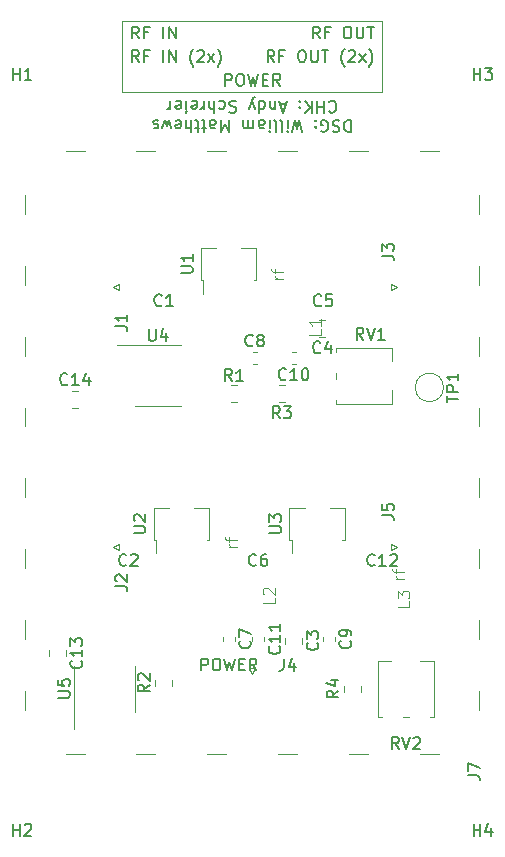
<source format=gbr>
G04 #@! TF.GenerationSoftware,KiCad,Pcbnew,5.1.6-c6e7f7d~87~ubuntu18.04.1*
G04 #@! TF.CreationDate,2021-01-12T05:29:31+00:00*
G04 #@! TF.ProjectId,amp,616d702e-6b69-4636-9164-5f7063625858,rev?*
G04 #@! TF.SameCoordinates,Original*
G04 #@! TF.FileFunction,Legend,Top*
G04 #@! TF.FilePolarity,Positive*
%FSLAX46Y46*%
G04 Gerber Fmt 4.6, Leading zero omitted, Abs format (unit mm)*
G04 Created by KiCad (PCBNEW 5.1.6-c6e7f7d~87~ubuntu18.04.1) date 2021-01-12 05:29:31*
%MOMM*%
%LPD*%
G01*
G04 APERTURE LIST*
%ADD10C,0.120000*%
%ADD11C,0.150000*%
%ADD12C,0.015000*%
G04 APERTURE END LIST*
D10*
X149000000Y-56500000D02*
X127000000Y-56500000D01*
X149000000Y-62500000D02*
X149000000Y-56500000D01*
X127000000Y-62500000D02*
X149000000Y-62500000D01*
X127000000Y-56500000D02*
X127000000Y-62500000D01*
D11*
X135690476Y-61952380D02*
X135690476Y-60952380D01*
X136071428Y-60952380D01*
X136166666Y-61000000D01*
X136214285Y-61047619D01*
X136261904Y-61142857D01*
X136261904Y-61285714D01*
X136214285Y-61380952D01*
X136166666Y-61428571D01*
X136071428Y-61476190D01*
X135690476Y-61476190D01*
X136880952Y-60952380D02*
X137071428Y-60952380D01*
X137166666Y-61000000D01*
X137261904Y-61095238D01*
X137309523Y-61285714D01*
X137309523Y-61619047D01*
X137261904Y-61809523D01*
X137166666Y-61904761D01*
X137071428Y-61952380D01*
X136880952Y-61952380D01*
X136785714Y-61904761D01*
X136690476Y-61809523D01*
X136642857Y-61619047D01*
X136642857Y-61285714D01*
X136690476Y-61095238D01*
X136785714Y-61000000D01*
X136880952Y-60952380D01*
X137642857Y-60952380D02*
X137880952Y-61952380D01*
X138071428Y-61238095D01*
X138261904Y-61952380D01*
X138500000Y-60952380D01*
X138880952Y-61428571D02*
X139214285Y-61428571D01*
X139357142Y-61952380D02*
X138880952Y-61952380D01*
X138880952Y-60952380D01*
X139357142Y-60952380D01*
X140357142Y-61952380D02*
X140023809Y-61476190D01*
X139785714Y-61952380D02*
X139785714Y-60952380D01*
X140166666Y-60952380D01*
X140261904Y-61000000D01*
X140309523Y-61047619D01*
X140357142Y-61142857D01*
X140357142Y-61285714D01*
X140309523Y-61380952D01*
X140261904Y-61428571D01*
X140166666Y-61476190D01*
X139785714Y-61476190D01*
X139878690Y-59952380D02*
X139545357Y-59476190D01*
X139307261Y-59952380D02*
X139307261Y-58952380D01*
X139688214Y-58952380D01*
X139783452Y-59000000D01*
X139831071Y-59047619D01*
X139878690Y-59142857D01*
X139878690Y-59285714D01*
X139831071Y-59380952D01*
X139783452Y-59428571D01*
X139688214Y-59476190D01*
X139307261Y-59476190D01*
X140640595Y-59428571D02*
X140307261Y-59428571D01*
X140307261Y-59952380D02*
X140307261Y-58952380D01*
X140783452Y-58952380D01*
X142116785Y-58952380D02*
X142307261Y-58952380D01*
X142402500Y-59000000D01*
X142497738Y-59095238D01*
X142545357Y-59285714D01*
X142545357Y-59619047D01*
X142497738Y-59809523D01*
X142402500Y-59904761D01*
X142307261Y-59952380D01*
X142116785Y-59952380D01*
X142021547Y-59904761D01*
X141926309Y-59809523D01*
X141878690Y-59619047D01*
X141878690Y-59285714D01*
X141926309Y-59095238D01*
X142021547Y-59000000D01*
X142116785Y-58952380D01*
X142973928Y-58952380D02*
X142973928Y-59761904D01*
X143021547Y-59857142D01*
X143069166Y-59904761D01*
X143164404Y-59952380D01*
X143354880Y-59952380D01*
X143450119Y-59904761D01*
X143497738Y-59857142D01*
X143545357Y-59761904D01*
X143545357Y-58952380D01*
X143878690Y-58952380D02*
X144450119Y-58952380D01*
X144164404Y-59952380D02*
X144164404Y-58952380D01*
X145831071Y-60333333D02*
X145783452Y-60285714D01*
X145688214Y-60142857D01*
X145640595Y-60047619D01*
X145592976Y-59904761D01*
X145545357Y-59666666D01*
X145545357Y-59476190D01*
X145592976Y-59238095D01*
X145640595Y-59095238D01*
X145688214Y-59000000D01*
X145783452Y-58857142D01*
X145831071Y-58809523D01*
X146164404Y-59047619D02*
X146212023Y-59000000D01*
X146307261Y-58952380D01*
X146545357Y-58952380D01*
X146640595Y-59000000D01*
X146688214Y-59047619D01*
X146735833Y-59142857D01*
X146735833Y-59238095D01*
X146688214Y-59380952D01*
X146116785Y-59952380D01*
X146735833Y-59952380D01*
X147069166Y-59952380D02*
X147592976Y-59285714D01*
X147069166Y-59285714D02*
X147592976Y-59952380D01*
X147878690Y-60333333D02*
X147926309Y-60285714D01*
X148021547Y-60142857D01*
X148069166Y-60047619D01*
X148116785Y-59904761D01*
X148164404Y-59666666D01*
X148164404Y-59476190D01*
X148116785Y-59238095D01*
X148069166Y-59095238D01*
X148021547Y-59000000D01*
X147926309Y-58857142D01*
X147878690Y-58809523D01*
X128407023Y-59952380D02*
X128073690Y-59476190D01*
X127835595Y-59952380D02*
X127835595Y-58952380D01*
X128216547Y-58952380D01*
X128311785Y-59000000D01*
X128359404Y-59047619D01*
X128407023Y-59142857D01*
X128407023Y-59285714D01*
X128359404Y-59380952D01*
X128311785Y-59428571D01*
X128216547Y-59476190D01*
X127835595Y-59476190D01*
X129168928Y-59428571D02*
X128835595Y-59428571D01*
X128835595Y-59952380D02*
X128835595Y-58952380D01*
X129311785Y-58952380D01*
X130454642Y-59952380D02*
X130454642Y-58952380D01*
X130930833Y-59952380D02*
X130930833Y-58952380D01*
X131502261Y-59952380D01*
X131502261Y-58952380D01*
X133026071Y-60333333D02*
X132978452Y-60285714D01*
X132883214Y-60142857D01*
X132835595Y-60047619D01*
X132787976Y-59904761D01*
X132740357Y-59666666D01*
X132740357Y-59476190D01*
X132787976Y-59238095D01*
X132835595Y-59095238D01*
X132883214Y-59000000D01*
X132978452Y-58857142D01*
X133026071Y-58809523D01*
X133359404Y-59047619D02*
X133407023Y-59000000D01*
X133502261Y-58952380D01*
X133740357Y-58952380D01*
X133835595Y-59000000D01*
X133883214Y-59047619D01*
X133930833Y-59142857D01*
X133930833Y-59238095D01*
X133883214Y-59380952D01*
X133311785Y-59952380D01*
X133930833Y-59952380D01*
X134264166Y-59952380D02*
X134787976Y-59285714D01*
X134264166Y-59285714D02*
X134787976Y-59952380D01*
X135073690Y-60333333D02*
X135121309Y-60285714D01*
X135216547Y-60142857D01*
X135264166Y-60047619D01*
X135311785Y-59904761D01*
X135359404Y-59666666D01*
X135359404Y-59476190D01*
X135311785Y-59238095D01*
X135264166Y-59095238D01*
X135216547Y-59000000D01*
X135121309Y-58857142D01*
X135073690Y-58809523D01*
X133690476Y-111452380D02*
X133690476Y-110452380D01*
X134071428Y-110452380D01*
X134166666Y-110500000D01*
X134214285Y-110547619D01*
X134261904Y-110642857D01*
X134261904Y-110785714D01*
X134214285Y-110880952D01*
X134166666Y-110928571D01*
X134071428Y-110976190D01*
X133690476Y-110976190D01*
X134880952Y-110452380D02*
X135071428Y-110452380D01*
X135166666Y-110500000D01*
X135261904Y-110595238D01*
X135309523Y-110785714D01*
X135309523Y-111119047D01*
X135261904Y-111309523D01*
X135166666Y-111404761D01*
X135071428Y-111452380D01*
X134880952Y-111452380D01*
X134785714Y-111404761D01*
X134690476Y-111309523D01*
X134642857Y-111119047D01*
X134642857Y-110785714D01*
X134690476Y-110595238D01*
X134785714Y-110500000D01*
X134880952Y-110452380D01*
X135642857Y-110452380D02*
X135880952Y-111452380D01*
X136071428Y-110738095D01*
X136261904Y-111452380D01*
X136500000Y-110452380D01*
X136880952Y-110928571D02*
X137214285Y-110928571D01*
X137357142Y-111452380D02*
X136880952Y-111452380D01*
X136880952Y-110452380D01*
X137357142Y-110452380D01*
X138357142Y-111452380D02*
X138023809Y-110976190D01*
X137785714Y-111452380D02*
X137785714Y-110452380D01*
X138166666Y-110452380D01*
X138261904Y-110500000D01*
X138309523Y-110547619D01*
X138357142Y-110642857D01*
X138357142Y-110785714D01*
X138309523Y-110880952D01*
X138261904Y-110928571D01*
X138166666Y-110976190D01*
X137785714Y-110976190D01*
X146333333Y-64872619D02*
X146333333Y-65872619D01*
X146095238Y-65872619D01*
X145952380Y-65825000D01*
X145857142Y-65729761D01*
X145809523Y-65634523D01*
X145761904Y-65444047D01*
X145761904Y-65301190D01*
X145809523Y-65110714D01*
X145857142Y-65015476D01*
X145952380Y-64920238D01*
X146095238Y-64872619D01*
X146333333Y-64872619D01*
X145380952Y-64920238D02*
X145238095Y-64872619D01*
X145000000Y-64872619D01*
X144904761Y-64920238D01*
X144857142Y-64967857D01*
X144809523Y-65063095D01*
X144809523Y-65158333D01*
X144857142Y-65253571D01*
X144904761Y-65301190D01*
X145000000Y-65348809D01*
X145190476Y-65396428D01*
X145285714Y-65444047D01*
X145333333Y-65491666D01*
X145380952Y-65586904D01*
X145380952Y-65682142D01*
X145333333Y-65777380D01*
X145285714Y-65825000D01*
X145190476Y-65872619D01*
X144952380Y-65872619D01*
X144809523Y-65825000D01*
X143857142Y-65825000D02*
X143952380Y-65872619D01*
X144095238Y-65872619D01*
X144238095Y-65825000D01*
X144333333Y-65729761D01*
X144380952Y-65634523D01*
X144428571Y-65444047D01*
X144428571Y-65301190D01*
X144380952Y-65110714D01*
X144333333Y-65015476D01*
X144238095Y-64920238D01*
X144095238Y-64872619D01*
X144000000Y-64872619D01*
X143857142Y-64920238D01*
X143809523Y-64967857D01*
X143809523Y-65301190D01*
X144000000Y-65301190D01*
X143380952Y-64967857D02*
X143333333Y-64920238D01*
X143380952Y-64872619D01*
X143428571Y-64920238D01*
X143380952Y-64967857D01*
X143380952Y-64872619D01*
X143380952Y-65491666D02*
X143333333Y-65444047D01*
X143380952Y-65396428D01*
X143428571Y-65444047D01*
X143380952Y-65491666D01*
X143380952Y-65396428D01*
X142238095Y-65872619D02*
X142000000Y-64872619D01*
X141809523Y-65586904D01*
X141619047Y-64872619D01*
X141380952Y-65872619D01*
X141000000Y-64872619D02*
X141000000Y-65539285D01*
X141000000Y-65872619D02*
X141047619Y-65825000D01*
X141000000Y-65777380D01*
X140952380Y-65825000D01*
X141000000Y-65872619D01*
X141000000Y-65777380D01*
X140380952Y-64872619D02*
X140476190Y-64920238D01*
X140523809Y-65015476D01*
X140523809Y-65872619D01*
X139857142Y-64872619D02*
X139952380Y-64920238D01*
X140000000Y-65015476D01*
X140000000Y-65872619D01*
X139476190Y-64872619D02*
X139476190Y-65539285D01*
X139476190Y-65872619D02*
X139523809Y-65825000D01*
X139476190Y-65777380D01*
X139428571Y-65825000D01*
X139476190Y-65872619D01*
X139476190Y-65777380D01*
X138571428Y-64872619D02*
X138571428Y-65396428D01*
X138619047Y-65491666D01*
X138714285Y-65539285D01*
X138904761Y-65539285D01*
X139000000Y-65491666D01*
X138571428Y-64920238D02*
X138666666Y-64872619D01*
X138904761Y-64872619D01*
X139000000Y-64920238D01*
X139047619Y-65015476D01*
X139047619Y-65110714D01*
X139000000Y-65205952D01*
X138904761Y-65253571D01*
X138666666Y-65253571D01*
X138571428Y-65301190D01*
X138095238Y-64872619D02*
X138095238Y-65539285D01*
X138095238Y-65444047D02*
X138047619Y-65491666D01*
X137952380Y-65539285D01*
X137809523Y-65539285D01*
X137714285Y-65491666D01*
X137666666Y-65396428D01*
X137666666Y-64872619D01*
X137666666Y-65396428D02*
X137619047Y-65491666D01*
X137523809Y-65539285D01*
X137380952Y-65539285D01*
X137285714Y-65491666D01*
X137238095Y-65396428D01*
X137238095Y-64872619D01*
X136000000Y-64872619D02*
X136000000Y-65872619D01*
X135666666Y-65158333D01*
X135333333Y-65872619D01*
X135333333Y-64872619D01*
X134428571Y-64872619D02*
X134428571Y-65396428D01*
X134476190Y-65491666D01*
X134571428Y-65539285D01*
X134761904Y-65539285D01*
X134857142Y-65491666D01*
X134428571Y-64920238D02*
X134523809Y-64872619D01*
X134761904Y-64872619D01*
X134857142Y-64920238D01*
X134904761Y-65015476D01*
X134904761Y-65110714D01*
X134857142Y-65205952D01*
X134761904Y-65253571D01*
X134523809Y-65253571D01*
X134428571Y-65301190D01*
X134095238Y-65539285D02*
X133714285Y-65539285D01*
X133952380Y-65872619D02*
X133952380Y-65015476D01*
X133904761Y-64920238D01*
X133809523Y-64872619D01*
X133714285Y-64872619D01*
X133523809Y-65539285D02*
X133142857Y-65539285D01*
X133380952Y-65872619D02*
X133380952Y-65015476D01*
X133333333Y-64920238D01*
X133238095Y-64872619D01*
X133142857Y-64872619D01*
X132809523Y-64872619D02*
X132809523Y-65872619D01*
X132380952Y-64872619D02*
X132380952Y-65396428D01*
X132428571Y-65491666D01*
X132523809Y-65539285D01*
X132666666Y-65539285D01*
X132761904Y-65491666D01*
X132809523Y-65444047D01*
X131523809Y-64920238D02*
X131619047Y-64872619D01*
X131809523Y-64872619D01*
X131904761Y-64920238D01*
X131952380Y-65015476D01*
X131952380Y-65396428D01*
X131904761Y-65491666D01*
X131809523Y-65539285D01*
X131619047Y-65539285D01*
X131523809Y-65491666D01*
X131476190Y-65396428D01*
X131476190Y-65301190D01*
X131952380Y-65205952D01*
X131142857Y-65539285D02*
X130952380Y-64872619D01*
X130761904Y-65348809D01*
X130571428Y-64872619D01*
X130380952Y-65539285D01*
X130047619Y-64920238D02*
X129952380Y-64872619D01*
X129761904Y-64872619D01*
X129666666Y-64920238D01*
X129619047Y-65015476D01*
X129619047Y-65063095D01*
X129666666Y-65158333D01*
X129761904Y-65205952D01*
X129904761Y-65205952D01*
X130000000Y-65253571D01*
X130047619Y-65348809D01*
X130047619Y-65396428D01*
X130000000Y-65491666D01*
X129904761Y-65539285D01*
X129761904Y-65539285D01*
X129666666Y-65491666D01*
X144500000Y-63317857D02*
X144547619Y-63270238D01*
X144690476Y-63222619D01*
X144785714Y-63222619D01*
X144928571Y-63270238D01*
X145023809Y-63365476D01*
X145071428Y-63460714D01*
X145119047Y-63651190D01*
X145119047Y-63794047D01*
X145071428Y-63984523D01*
X145023809Y-64079761D01*
X144928571Y-64175000D01*
X144785714Y-64222619D01*
X144690476Y-64222619D01*
X144547619Y-64175000D01*
X144500000Y-64127380D01*
X144071428Y-63222619D02*
X144071428Y-64222619D01*
X144071428Y-63746428D02*
X143500000Y-63746428D01*
X143500000Y-63222619D02*
X143500000Y-64222619D01*
X143023809Y-63222619D02*
X143023809Y-64222619D01*
X142452380Y-63222619D02*
X142880952Y-63794047D01*
X142452380Y-64222619D02*
X143023809Y-63651190D01*
X142023809Y-63317857D02*
X141976190Y-63270238D01*
X142023809Y-63222619D01*
X142071428Y-63270238D01*
X142023809Y-63317857D01*
X142023809Y-63222619D01*
X142023809Y-63841666D02*
X141976190Y-63794047D01*
X142023809Y-63746428D01*
X142071428Y-63794047D01*
X142023809Y-63841666D01*
X142023809Y-63746428D01*
X140833333Y-63508333D02*
X140357142Y-63508333D01*
X140928571Y-63222619D02*
X140595238Y-64222619D01*
X140261904Y-63222619D01*
X139928571Y-63889285D02*
X139928571Y-63222619D01*
X139928571Y-63794047D02*
X139880952Y-63841666D01*
X139785714Y-63889285D01*
X139642857Y-63889285D01*
X139547619Y-63841666D01*
X139500000Y-63746428D01*
X139500000Y-63222619D01*
X138595238Y-63222619D02*
X138595238Y-64222619D01*
X138595238Y-63270238D02*
X138690476Y-63222619D01*
X138880952Y-63222619D01*
X138976190Y-63270238D01*
X139023809Y-63317857D01*
X139071428Y-63413095D01*
X139071428Y-63698809D01*
X139023809Y-63794047D01*
X138976190Y-63841666D01*
X138880952Y-63889285D01*
X138690476Y-63889285D01*
X138595238Y-63841666D01*
X138214285Y-63889285D02*
X137976190Y-63222619D01*
X137738095Y-63889285D02*
X137976190Y-63222619D01*
X138071428Y-62984523D01*
X138119047Y-62936904D01*
X138214285Y-62889285D01*
X136642857Y-63270238D02*
X136500000Y-63222619D01*
X136261904Y-63222619D01*
X136166666Y-63270238D01*
X136119047Y-63317857D01*
X136071428Y-63413095D01*
X136071428Y-63508333D01*
X136119047Y-63603571D01*
X136166666Y-63651190D01*
X136261904Y-63698809D01*
X136452380Y-63746428D01*
X136547619Y-63794047D01*
X136595238Y-63841666D01*
X136642857Y-63936904D01*
X136642857Y-64032142D01*
X136595238Y-64127380D01*
X136547619Y-64175000D01*
X136452380Y-64222619D01*
X136214285Y-64222619D01*
X136071428Y-64175000D01*
X135214285Y-63270238D02*
X135309523Y-63222619D01*
X135500000Y-63222619D01*
X135595238Y-63270238D01*
X135642857Y-63317857D01*
X135690476Y-63413095D01*
X135690476Y-63698809D01*
X135642857Y-63794047D01*
X135595238Y-63841666D01*
X135500000Y-63889285D01*
X135309523Y-63889285D01*
X135214285Y-63841666D01*
X134785714Y-63222619D02*
X134785714Y-64222619D01*
X134357142Y-63222619D02*
X134357142Y-63746428D01*
X134404761Y-63841666D01*
X134500000Y-63889285D01*
X134642857Y-63889285D01*
X134738095Y-63841666D01*
X134785714Y-63794047D01*
X133880952Y-63222619D02*
X133880952Y-63889285D01*
X133880952Y-63698809D02*
X133833333Y-63794047D01*
X133785714Y-63841666D01*
X133690476Y-63889285D01*
X133595238Y-63889285D01*
X132880952Y-63270238D02*
X132976190Y-63222619D01*
X133166666Y-63222619D01*
X133261904Y-63270238D01*
X133309523Y-63365476D01*
X133309523Y-63746428D01*
X133261904Y-63841666D01*
X133166666Y-63889285D01*
X132976190Y-63889285D01*
X132880952Y-63841666D01*
X132833333Y-63746428D01*
X132833333Y-63651190D01*
X133309523Y-63555952D01*
X132404761Y-63222619D02*
X132404761Y-63889285D01*
X132404761Y-64222619D02*
X132452380Y-64175000D01*
X132404761Y-64127380D01*
X132357142Y-64175000D01*
X132404761Y-64222619D01*
X132404761Y-64127380D01*
X131547619Y-63270238D02*
X131642857Y-63222619D01*
X131833333Y-63222619D01*
X131928571Y-63270238D01*
X131976190Y-63365476D01*
X131976190Y-63746428D01*
X131928571Y-63841666D01*
X131833333Y-63889285D01*
X131642857Y-63889285D01*
X131547619Y-63841666D01*
X131500000Y-63746428D01*
X131500000Y-63651190D01*
X131976190Y-63555952D01*
X131071428Y-63222619D02*
X131071428Y-63889285D01*
X131071428Y-63698809D02*
X131023809Y-63794047D01*
X130976190Y-63841666D01*
X130880952Y-63889285D01*
X130785714Y-63889285D01*
X143735833Y-57952380D02*
X143402500Y-57476190D01*
X143164404Y-57952380D02*
X143164404Y-56952380D01*
X143545357Y-56952380D01*
X143640595Y-57000000D01*
X143688214Y-57047619D01*
X143735833Y-57142857D01*
X143735833Y-57285714D01*
X143688214Y-57380952D01*
X143640595Y-57428571D01*
X143545357Y-57476190D01*
X143164404Y-57476190D01*
X144497738Y-57428571D02*
X144164404Y-57428571D01*
X144164404Y-57952380D02*
X144164404Y-56952380D01*
X144640595Y-56952380D01*
X145973928Y-56952380D02*
X146164404Y-56952380D01*
X146259642Y-57000000D01*
X146354880Y-57095238D01*
X146402500Y-57285714D01*
X146402500Y-57619047D01*
X146354880Y-57809523D01*
X146259642Y-57904761D01*
X146164404Y-57952380D01*
X145973928Y-57952380D01*
X145878690Y-57904761D01*
X145783452Y-57809523D01*
X145735833Y-57619047D01*
X145735833Y-57285714D01*
X145783452Y-57095238D01*
X145878690Y-57000000D01*
X145973928Y-56952380D01*
X146831071Y-56952380D02*
X146831071Y-57761904D01*
X146878690Y-57857142D01*
X146926309Y-57904761D01*
X147021547Y-57952380D01*
X147212023Y-57952380D01*
X147307261Y-57904761D01*
X147354880Y-57857142D01*
X147402500Y-57761904D01*
X147402500Y-56952380D01*
X147735833Y-56952380D02*
X148307261Y-56952380D01*
X148021547Y-57952380D02*
X148021547Y-56952380D01*
X128407023Y-57952380D02*
X128073690Y-57476190D01*
X127835595Y-57952380D02*
X127835595Y-56952380D01*
X128216547Y-56952380D01*
X128311785Y-57000000D01*
X128359404Y-57047619D01*
X128407023Y-57142857D01*
X128407023Y-57285714D01*
X128359404Y-57380952D01*
X128311785Y-57428571D01*
X128216547Y-57476190D01*
X127835595Y-57476190D01*
X129168928Y-57428571D02*
X128835595Y-57428571D01*
X128835595Y-57952380D02*
X128835595Y-56952380D01*
X129311785Y-56952380D01*
X130454642Y-57952380D02*
X130454642Y-56952380D01*
X130930833Y-57952380D02*
X130930833Y-56952380D01*
X131502261Y-57952380D01*
X131502261Y-56952380D01*
D10*
G04 #@! TO.C,C14*
X122738748Y-89210000D02*
X123261252Y-89210000D01*
X122738748Y-87790000D02*
X123261252Y-87790000D01*
G04 #@! TO.C,C13*
X120790000Y-109738748D02*
X120790000Y-110261252D01*
X122210000Y-109738748D02*
X122210000Y-110261252D01*
G04 #@! TO.C,U5*
X122940000Y-113000000D02*
X122940000Y-116450000D01*
X122940000Y-113000000D02*
X122940000Y-111050000D01*
X128060000Y-113000000D02*
X128060000Y-114950000D01*
X128060000Y-113000000D02*
X128060000Y-111050000D01*
G04 #@! TO.C,U4*
X130000000Y-83940000D02*
X126550000Y-83940000D01*
X130000000Y-83940000D02*
X131950000Y-83940000D01*
X130000000Y-89060000D02*
X128050000Y-89060000D01*
X130000000Y-89060000D02*
X131950000Y-89060000D01*
G04 #@! TO.C,TP1*
X154200000Y-87500000D02*
G75*
G03*
X154200000Y-87500000I-1200000J0D01*
G01*
G04 #@! TO.C,RV2*
X148630000Y-115370000D02*
X148630000Y-110630000D01*
X153370000Y-115370000D02*
X153370000Y-110630000D01*
X149760000Y-110630000D02*
X148630000Y-110630000D01*
X153370000Y-110630000D02*
X152240000Y-110630000D01*
X151259000Y-115370000D02*
X150740000Y-115370000D01*
X153370000Y-115370000D02*
X153039000Y-115370000D01*
X148960000Y-115370000D02*
X148630000Y-115370000D01*
G04 #@! TO.C,RV1*
X145130000Y-84130000D02*
X149870000Y-84130000D01*
X145130000Y-88870000D02*
X149870000Y-88870000D01*
X149870000Y-85260000D02*
X149870000Y-84130000D01*
X149870000Y-88870000D02*
X149870000Y-87740000D01*
X145130000Y-86759000D02*
X145130000Y-86240000D01*
X145130000Y-88870000D02*
X145130000Y-88539000D01*
X145130000Y-84460000D02*
X145130000Y-84130000D01*
G04 #@! TO.C,R4*
X147210000Y-113258578D02*
X147210000Y-112741422D01*
X145790000Y-113258578D02*
X145790000Y-112741422D01*
G04 #@! TO.C,R3*
X140758578Y-87290000D02*
X140241422Y-87290000D01*
X140758578Y-88710000D02*
X140241422Y-88710000D01*
G04 #@! TO.C,R2*
X131210000Y-112758578D02*
X131210000Y-112241422D01*
X129790000Y-112758578D02*
X129790000Y-112241422D01*
G04 #@! TO.C,R1*
X136696078Y-87290000D02*
X136178922Y-87290000D01*
X136696078Y-88710000D02*
X136178922Y-88710000D01*
G04 #@! TO.C,J7*
X123800000Y-118550000D02*
X122200000Y-118550000D01*
X123800000Y-67450000D02*
X122200000Y-67450000D01*
X129800000Y-118550000D02*
X128200000Y-118550000D01*
X129800000Y-67450000D02*
X128200000Y-67450000D01*
X135800000Y-118550000D02*
X134200000Y-118550000D01*
X135800000Y-67450000D02*
X134200000Y-67450000D01*
X141800000Y-118550000D02*
X140200000Y-118550000D01*
X141800000Y-67450000D02*
X140200000Y-67450000D01*
X147800000Y-118550000D02*
X146200000Y-118550000D01*
X147800000Y-67450000D02*
X146200000Y-67450000D01*
X153800000Y-118550000D02*
X152200000Y-118550000D01*
X153800000Y-67450000D02*
X152200000Y-67450000D01*
X118800000Y-113200000D02*
X118800000Y-114800000D01*
X157200000Y-113200000D02*
X157200000Y-114800000D01*
X118800000Y-107200000D02*
X118800000Y-108800000D01*
X157200000Y-107200000D02*
X157200000Y-108800000D01*
X118800000Y-101200000D02*
X118800000Y-102800000D01*
X157200000Y-101200000D02*
X157200000Y-102800000D01*
X118800000Y-95200000D02*
X118800000Y-96800000D01*
X157200000Y-95200000D02*
X157200000Y-96800000D01*
X118800000Y-89200000D02*
X118800000Y-90800000D01*
X157200000Y-89200000D02*
X157200000Y-90800000D01*
X118800000Y-83200000D02*
X118800000Y-84800000D01*
X157200000Y-83200000D02*
X157200000Y-84800000D01*
X118800000Y-77200000D02*
X118800000Y-78800000D01*
X157200000Y-77200000D02*
X157200000Y-78800000D01*
X118800000Y-71200000D02*
X118800000Y-72800000D01*
X157200000Y-71200000D02*
X157200000Y-72800000D01*
G04 #@! TO.C,U3*
X145860000Y-100410000D02*
X145630000Y-100410000D01*
X141140000Y-100410000D02*
X141370000Y-100410000D01*
X141140000Y-100410000D02*
X141140000Y-97690000D01*
X141140000Y-97690000D02*
X142450000Y-97690000D01*
X141370000Y-101550000D02*
X141370000Y-100410000D01*
X145860000Y-97690000D02*
X145860000Y-100410000D01*
X144550000Y-97690000D02*
X145860000Y-97690000D01*
G04 #@! TO.C,U2*
X134360000Y-100410000D02*
X134130000Y-100410000D01*
X129640000Y-100410000D02*
X129870000Y-100410000D01*
X129640000Y-100410000D02*
X129640000Y-97690000D01*
X129640000Y-97690000D02*
X130950000Y-97690000D01*
X129870000Y-101550000D02*
X129870000Y-100410000D01*
X134360000Y-97690000D02*
X134360000Y-100410000D01*
X133050000Y-97690000D02*
X134360000Y-97690000D01*
G04 #@! TO.C,U1*
X138360000Y-78410000D02*
X138130000Y-78410000D01*
X133640000Y-78410000D02*
X133870000Y-78410000D01*
X133640000Y-78410000D02*
X133640000Y-75690000D01*
X133640000Y-75690000D02*
X134950000Y-75690000D01*
X133870000Y-79550000D02*
X133870000Y-78410000D01*
X138360000Y-75690000D02*
X138360000Y-78410000D01*
X137050000Y-75690000D02*
X138360000Y-75690000D01*
G04 #@! TO.C,J5*
X150290000Y-101000000D02*
X149790000Y-100750000D01*
X149790000Y-100750000D02*
X149790000Y-101250000D01*
X149790000Y-101250000D02*
X150290000Y-101000000D01*
G04 #@! TO.C,J4*
X138000000Y-111790000D02*
X138250000Y-111290000D01*
X138250000Y-111290000D02*
X137750000Y-111290000D01*
X137750000Y-111290000D02*
X138000000Y-111790000D01*
G04 #@! TO.C,J3*
X150290000Y-79000000D02*
X149790000Y-78750000D01*
X149790000Y-78750000D02*
X149790000Y-79250000D01*
X149790000Y-79250000D02*
X150290000Y-79000000D01*
G04 #@! TO.C,J2*
X126210000Y-101000000D02*
X126710000Y-101250000D01*
X126710000Y-101250000D02*
X126710000Y-100750000D01*
X126710000Y-100750000D02*
X126210000Y-101000000D01*
G04 #@! TO.C,J1*
X126210000Y-79000000D02*
X126710000Y-79250000D01*
X126710000Y-79250000D02*
X126710000Y-78750000D01*
X126710000Y-78750000D02*
X126210000Y-79000000D01*
G04 #@! TO.C,C11*
X137990000Y-108624721D02*
X137990000Y-108950279D01*
X139010000Y-108624721D02*
X139010000Y-108950279D01*
G04 #@! TO.C,C10*
X141662779Y-84490000D02*
X141337221Y-84490000D01*
X141662779Y-85510000D02*
X141337221Y-85510000D01*
G04 #@! TO.C,C9*
X143990000Y-108624721D02*
X143990000Y-108950279D01*
X145010000Y-108624721D02*
X145010000Y-108950279D01*
G04 #@! TO.C,C8*
X138049721Y-85510000D02*
X138375279Y-85510000D01*
X138049721Y-84490000D02*
X138375279Y-84490000D01*
G04 #@! TO.C,C7*
X135490000Y-108624721D02*
X135490000Y-108950279D01*
X136510000Y-108624721D02*
X136510000Y-108950279D01*
G04 #@! TO.C,C4*
X144196078Y-81790000D02*
X143678922Y-81790000D01*
X144196078Y-83210000D02*
X143678922Y-83210000D01*
G04 #@! TO.C,C3*
X140790000Y-108678922D02*
X140790000Y-109196078D01*
X142210000Y-108678922D02*
X142210000Y-109196078D01*
G04 #@! TO.C,C14*
D11*
X122357142Y-87207142D02*
X122309523Y-87254761D01*
X122166666Y-87302380D01*
X122071428Y-87302380D01*
X121928571Y-87254761D01*
X121833333Y-87159523D01*
X121785714Y-87064285D01*
X121738095Y-86873809D01*
X121738095Y-86730952D01*
X121785714Y-86540476D01*
X121833333Y-86445238D01*
X121928571Y-86350000D01*
X122071428Y-86302380D01*
X122166666Y-86302380D01*
X122309523Y-86350000D01*
X122357142Y-86397619D01*
X123309523Y-87302380D02*
X122738095Y-87302380D01*
X123023809Y-87302380D02*
X123023809Y-86302380D01*
X122928571Y-86445238D01*
X122833333Y-86540476D01*
X122738095Y-86588095D01*
X124166666Y-86635714D02*
X124166666Y-87302380D01*
X123928571Y-86254761D02*
X123690476Y-86969047D01*
X124309523Y-86969047D01*
G04 #@! TO.C,C13*
X123507142Y-110642857D02*
X123554761Y-110690476D01*
X123602380Y-110833333D01*
X123602380Y-110928571D01*
X123554761Y-111071428D01*
X123459523Y-111166666D01*
X123364285Y-111214285D01*
X123173809Y-111261904D01*
X123030952Y-111261904D01*
X122840476Y-111214285D01*
X122745238Y-111166666D01*
X122650000Y-111071428D01*
X122602380Y-110928571D01*
X122602380Y-110833333D01*
X122650000Y-110690476D01*
X122697619Y-110642857D01*
X123602380Y-109690476D02*
X123602380Y-110261904D01*
X123602380Y-109976190D02*
X122602380Y-109976190D01*
X122745238Y-110071428D01*
X122840476Y-110166666D01*
X122888095Y-110261904D01*
X122602380Y-109357142D02*
X122602380Y-108738095D01*
X122983333Y-109071428D01*
X122983333Y-108928571D01*
X123030952Y-108833333D01*
X123078571Y-108785714D01*
X123173809Y-108738095D01*
X123411904Y-108738095D01*
X123507142Y-108785714D01*
X123554761Y-108833333D01*
X123602380Y-108928571D01*
X123602380Y-109214285D01*
X123554761Y-109309523D01*
X123507142Y-109357142D01*
G04 #@! TO.C,U5*
X121552380Y-113761904D02*
X122361904Y-113761904D01*
X122457142Y-113714285D01*
X122504761Y-113666666D01*
X122552380Y-113571428D01*
X122552380Y-113380952D01*
X122504761Y-113285714D01*
X122457142Y-113238095D01*
X122361904Y-113190476D01*
X121552380Y-113190476D01*
X121552380Y-112238095D02*
X121552380Y-112714285D01*
X122028571Y-112761904D01*
X121980952Y-112714285D01*
X121933333Y-112619047D01*
X121933333Y-112380952D01*
X121980952Y-112285714D01*
X122028571Y-112238095D01*
X122123809Y-112190476D01*
X122361904Y-112190476D01*
X122457142Y-112238095D01*
X122504761Y-112285714D01*
X122552380Y-112380952D01*
X122552380Y-112619047D01*
X122504761Y-112714285D01*
X122457142Y-112761904D01*
G04 #@! TO.C,U4*
X129238095Y-82552380D02*
X129238095Y-83361904D01*
X129285714Y-83457142D01*
X129333333Y-83504761D01*
X129428571Y-83552380D01*
X129619047Y-83552380D01*
X129714285Y-83504761D01*
X129761904Y-83457142D01*
X129809523Y-83361904D01*
X129809523Y-82552380D01*
X130714285Y-82885714D02*
X130714285Y-83552380D01*
X130476190Y-82504761D02*
X130238095Y-83219047D01*
X130857142Y-83219047D01*
G04 #@! TO.C,TP1*
X154450380Y-88761904D02*
X154450380Y-88190476D01*
X155450380Y-88476190D02*
X154450380Y-88476190D01*
X155450380Y-87857142D02*
X154450380Y-87857142D01*
X154450380Y-87476190D01*
X154498000Y-87380952D01*
X154545619Y-87333333D01*
X154640857Y-87285714D01*
X154783714Y-87285714D01*
X154878952Y-87333333D01*
X154926571Y-87380952D01*
X154974190Y-87476190D01*
X154974190Y-87857142D01*
X155450380Y-86333333D02*
X155450380Y-86904761D01*
X155450380Y-86619047D02*
X154450380Y-86619047D01*
X154593238Y-86714285D01*
X154688476Y-86809523D01*
X154736095Y-86904761D01*
G04 #@! TO.C,RV2*
X150404761Y-118102380D02*
X150071428Y-117626190D01*
X149833333Y-118102380D02*
X149833333Y-117102380D01*
X150214285Y-117102380D01*
X150309523Y-117150000D01*
X150357142Y-117197619D01*
X150404761Y-117292857D01*
X150404761Y-117435714D01*
X150357142Y-117530952D01*
X150309523Y-117578571D01*
X150214285Y-117626190D01*
X149833333Y-117626190D01*
X150690476Y-117102380D02*
X151023809Y-118102380D01*
X151357142Y-117102380D01*
X151642857Y-117197619D02*
X151690476Y-117150000D01*
X151785714Y-117102380D01*
X152023809Y-117102380D01*
X152119047Y-117150000D01*
X152166666Y-117197619D01*
X152214285Y-117292857D01*
X152214285Y-117388095D01*
X152166666Y-117530952D01*
X151595238Y-118102380D01*
X152214285Y-118102380D01*
G04 #@! TO.C,RV1*
X147404761Y-83452380D02*
X147071428Y-82976190D01*
X146833333Y-83452380D02*
X146833333Y-82452380D01*
X147214285Y-82452380D01*
X147309523Y-82500000D01*
X147357142Y-82547619D01*
X147404761Y-82642857D01*
X147404761Y-82785714D01*
X147357142Y-82880952D01*
X147309523Y-82928571D01*
X147214285Y-82976190D01*
X146833333Y-82976190D01*
X147690476Y-82452380D02*
X148023809Y-83452380D01*
X148357142Y-82452380D01*
X149214285Y-83452380D02*
X148642857Y-83452380D01*
X148928571Y-83452380D02*
X148928571Y-82452380D01*
X148833333Y-82595238D01*
X148738095Y-82690476D01*
X148642857Y-82738095D01*
G04 #@! TO.C,R4*
X145302380Y-113166666D02*
X144826190Y-113500000D01*
X145302380Y-113738095D02*
X144302380Y-113738095D01*
X144302380Y-113357142D01*
X144350000Y-113261904D01*
X144397619Y-113214285D01*
X144492857Y-113166666D01*
X144635714Y-113166666D01*
X144730952Y-113214285D01*
X144778571Y-113261904D01*
X144826190Y-113357142D01*
X144826190Y-113738095D01*
X144635714Y-112309523D02*
X145302380Y-112309523D01*
X144254761Y-112547619D02*
X144969047Y-112785714D01*
X144969047Y-112166666D01*
G04 #@! TO.C,R3*
X140333333Y-90102380D02*
X140000000Y-89626190D01*
X139761904Y-90102380D02*
X139761904Y-89102380D01*
X140142857Y-89102380D01*
X140238095Y-89150000D01*
X140285714Y-89197619D01*
X140333333Y-89292857D01*
X140333333Y-89435714D01*
X140285714Y-89530952D01*
X140238095Y-89578571D01*
X140142857Y-89626190D01*
X139761904Y-89626190D01*
X140666666Y-89102380D02*
X141285714Y-89102380D01*
X140952380Y-89483333D01*
X141095238Y-89483333D01*
X141190476Y-89530952D01*
X141238095Y-89578571D01*
X141285714Y-89673809D01*
X141285714Y-89911904D01*
X141238095Y-90007142D01*
X141190476Y-90054761D01*
X141095238Y-90102380D01*
X140809523Y-90102380D01*
X140714285Y-90054761D01*
X140666666Y-90007142D01*
G04 #@! TO.C,R2*
X129302380Y-112666666D02*
X128826190Y-113000000D01*
X129302380Y-113238095D02*
X128302380Y-113238095D01*
X128302380Y-112857142D01*
X128350000Y-112761904D01*
X128397619Y-112714285D01*
X128492857Y-112666666D01*
X128635714Y-112666666D01*
X128730952Y-112714285D01*
X128778571Y-112761904D01*
X128826190Y-112857142D01*
X128826190Y-113238095D01*
X128397619Y-112285714D02*
X128350000Y-112238095D01*
X128302380Y-112142857D01*
X128302380Y-111904761D01*
X128350000Y-111809523D01*
X128397619Y-111761904D01*
X128492857Y-111714285D01*
X128588095Y-111714285D01*
X128730952Y-111761904D01*
X129302380Y-112333333D01*
X129302380Y-111714285D01*
G04 #@! TO.C,R1*
X136270833Y-86952380D02*
X135937500Y-86476190D01*
X135699404Y-86952380D02*
X135699404Y-85952380D01*
X136080357Y-85952380D01*
X136175595Y-86000000D01*
X136223214Y-86047619D01*
X136270833Y-86142857D01*
X136270833Y-86285714D01*
X136223214Y-86380952D01*
X136175595Y-86428571D01*
X136080357Y-86476190D01*
X135699404Y-86476190D01*
X137223214Y-86952380D02*
X136651785Y-86952380D01*
X136937500Y-86952380D02*
X136937500Y-85952380D01*
X136842261Y-86095238D01*
X136747023Y-86190476D01*
X136651785Y-86238095D01*
G04 #@! TO.C,L3*
D12*
X151300386Y-105572661D02*
X151300386Y-106049436D01*
X150299158Y-106049436D01*
X150299158Y-105334273D02*
X150299158Y-104714465D01*
X150680578Y-105048208D01*
X150680578Y-104905176D01*
X150728256Y-104809820D01*
X150775933Y-104762143D01*
X150871288Y-104714465D01*
X151109676Y-104714465D01*
X151205031Y-104762143D01*
X151252708Y-104809820D01*
X151300386Y-104905176D01*
X151300386Y-105191241D01*
X151252708Y-105286596D01*
X151205031Y-105334273D01*
X150849968Y-103715106D02*
X150182435Y-103715106D01*
X150373159Y-103715106D02*
X150277797Y-103667425D01*
X150230116Y-103619744D01*
X150182435Y-103524383D01*
X150182435Y-103429021D01*
X150182435Y-103238297D02*
X150182435Y-102856850D01*
X150849968Y-103095255D02*
X149991712Y-103095255D01*
X149896350Y-103047574D01*
X149848669Y-102952212D01*
X149848669Y-102856850D01*
G04 #@! TO.C,L2*
X139903386Y-105302661D02*
X139903386Y-105779436D01*
X138902158Y-105779436D01*
X138997513Y-105016596D02*
X138949836Y-104968918D01*
X138902158Y-104873563D01*
X138902158Y-104635176D01*
X138949836Y-104539820D01*
X138997513Y-104492143D01*
X139092868Y-104444465D01*
X139188223Y-104444465D01*
X139331256Y-104492143D01*
X139903386Y-105064273D01*
X139903386Y-104444465D01*
X136724618Y-101042646D02*
X136057085Y-101042646D01*
X136247809Y-101042646D02*
X136152447Y-100994965D01*
X136104766Y-100947284D01*
X136057085Y-100851923D01*
X136057085Y-100756561D01*
X136057085Y-100565837D02*
X136057085Y-100184390D01*
X136724618Y-100422795D02*
X135866362Y-100422795D01*
X135771000Y-100375114D01*
X135723319Y-100279752D01*
X135723319Y-100184390D01*
G04 #@! TO.C,L1*
X143800386Y-82572661D02*
X143800386Y-83049436D01*
X142799158Y-83049436D01*
X143800386Y-81714465D02*
X143800386Y-82286596D01*
X143800386Y-82000531D02*
X142799158Y-82000531D01*
X142942191Y-82095886D01*
X143037546Y-82191241D01*
X143085223Y-82286596D01*
X140621618Y-78312646D02*
X139954085Y-78312646D01*
X140144809Y-78312646D02*
X140049447Y-78264965D01*
X140001766Y-78217284D01*
X139954085Y-78121923D01*
X139954085Y-78026561D01*
X139954085Y-77835837D02*
X139954085Y-77454390D01*
X140621618Y-77692795D02*
X139763362Y-77692795D01*
X139668000Y-77645114D01*
X139620319Y-77549752D01*
X139620319Y-77454390D01*
G04 #@! TO.C,J7*
D11*
X156252380Y-120333333D02*
X156966666Y-120333333D01*
X157109523Y-120380952D01*
X157204761Y-120476190D01*
X157252380Y-120619047D01*
X157252380Y-120714285D01*
X156252380Y-119952380D02*
X156252380Y-119285714D01*
X157252380Y-119714285D01*
G04 #@! TO.C,H4*
X156738095Y-125452380D02*
X156738095Y-124452380D01*
X156738095Y-124928571D02*
X157309523Y-124928571D01*
X157309523Y-125452380D02*
X157309523Y-124452380D01*
X158214285Y-124785714D02*
X158214285Y-125452380D01*
X157976190Y-124404761D02*
X157738095Y-125119047D01*
X158357142Y-125119047D01*
G04 #@! TO.C,H3*
X156738095Y-61452380D02*
X156738095Y-60452380D01*
X156738095Y-60928571D02*
X157309523Y-60928571D01*
X157309523Y-61452380D02*
X157309523Y-60452380D01*
X157690476Y-60452380D02*
X158309523Y-60452380D01*
X157976190Y-60833333D01*
X158119047Y-60833333D01*
X158214285Y-60880952D01*
X158261904Y-60928571D01*
X158309523Y-61023809D01*
X158309523Y-61261904D01*
X158261904Y-61357142D01*
X158214285Y-61404761D01*
X158119047Y-61452380D01*
X157833333Y-61452380D01*
X157738095Y-61404761D01*
X157690476Y-61357142D01*
G04 #@! TO.C,H2*
X117738095Y-125452380D02*
X117738095Y-124452380D01*
X117738095Y-124928571D02*
X118309523Y-124928571D01*
X118309523Y-125452380D02*
X118309523Y-124452380D01*
X118738095Y-124547619D02*
X118785714Y-124500000D01*
X118880952Y-124452380D01*
X119119047Y-124452380D01*
X119214285Y-124500000D01*
X119261904Y-124547619D01*
X119309523Y-124642857D01*
X119309523Y-124738095D01*
X119261904Y-124880952D01*
X118690476Y-125452380D01*
X119309523Y-125452380D01*
G04 #@! TO.C,H1*
X117738095Y-61452380D02*
X117738095Y-60452380D01*
X117738095Y-60928571D02*
X118309523Y-60928571D01*
X118309523Y-61452380D02*
X118309523Y-60452380D01*
X119309523Y-61452380D02*
X118738095Y-61452380D01*
X119023809Y-61452380D02*
X119023809Y-60452380D01*
X118928571Y-60595238D01*
X118833333Y-60690476D01*
X118738095Y-60738095D01*
G04 #@! TO.C,U3*
X139452380Y-99811904D02*
X140261904Y-99811904D01*
X140357142Y-99764285D01*
X140404761Y-99716666D01*
X140452380Y-99621428D01*
X140452380Y-99430952D01*
X140404761Y-99335714D01*
X140357142Y-99288095D01*
X140261904Y-99240476D01*
X139452380Y-99240476D01*
X139452380Y-98859523D02*
X139452380Y-98240476D01*
X139833333Y-98573809D01*
X139833333Y-98430952D01*
X139880952Y-98335714D01*
X139928571Y-98288095D01*
X140023809Y-98240476D01*
X140261904Y-98240476D01*
X140357142Y-98288095D01*
X140404761Y-98335714D01*
X140452380Y-98430952D01*
X140452380Y-98716666D01*
X140404761Y-98811904D01*
X140357142Y-98859523D01*
G04 #@! TO.C,U2*
X127952380Y-99811904D02*
X128761904Y-99811904D01*
X128857142Y-99764285D01*
X128904761Y-99716666D01*
X128952380Y-99621428D01*
X128952380Y-99430952D01*
X128904761Y-99335714D01*
X128857142Y-99288095D01*
X128761904Y-99240476D01*
X127952380Y-99240476D01*
X128047619Y-98811904D02*
X128000000Y-98764285D01*
X127952380Y-98669047D01*
X127952380Y-98430952D01*
X128000000Y-98335714D01*
X128047619Y-98288095D01*
X128142857Y-98240476D01*
X128238095Y-98240476D01*
X128380952Y-98288095D01*
X128952380Y-98859523D01*
X128952380Y-98240476D01*
G04 #@! TO.C,U1*
X131952380Y-77811904D02*
X132761904Y-77811904D01*
X132857142Y-77764285D01*
X132904761Y-77716666D01*
X132952380Y-77621428D01*
X132952380Y-77430952D01*
X132904761Y-77335714D01*
X132857142Y-77288095D01*
X132761904Y-77240476D01*
X131952380Y-77240476D01*
X132952380Y-76240476D02*
X132952380Y-76811904D01*
X132952380Y-76526190D02*
X131952380Y-76526190D01*
X132095238Y-76621428D01*
X132190476Y-76716666D01*
X132238095Y-76811904D01*
G04 #@! TO.C,J5*
X148992380Y-98333333D02*
X149706666Y-98333333D01*
X149849523Y-98380952D01*
X149944761Y-98476190D01*
X149992380Y-98619047D01*
X149992380Y-98714285D01*
X148992380Y-97380952D02*
X148992380Y-97857142D01*
X149468571Y-97904761D01*
X149420952Y-97857142D01*
X149373333Y-97761904D01*
X149373333Y-97523809D01*
X149420952Y-97428571D01*
X149468571Y-97380952D01*
X149563809Y-97333333D01*
X149801904Y-97333333D01*
X149897142Y-97380952D01*
X149944761Y-97428571D01*
X149992380Y-97523809D01*
X149992380Y-97761904D01*
X149944761Y-97857142D01*
X149897142Y-97904761D01*
G04 #@! TO.C,J4*
X140666666Y-110492380D02*
X140666666Y-111206666D01*
X140619047Y-111349523D01*
X140523809Y-111444761D01*
X140380952Y-111492380D01*
X140285714Y-111492380D01*
X141571428Y-110825714D02*
X141571428Y-111492380D01*
X141333333Y-110444761D02*
X141095238Y-111159047D01*
X141714285Y-111159047D01*
G04 #@! TO.C,J3*
X148992380Y-76333333D02*
X149706666Y-76333333D01*
X149849523Y-76380952D01*
X149944761Y-76476190D01*
X149992380Y-76619047D01*
X149992380Y-76714285D01*
X148992380Y-75952380D02*
X148992380Y-75333333D01*
X149373333Y-75666666D01*
X149373333Y-75523809D01*
X149420952Y-75428571D01*
X149468571Y-75380952D01*
X149563809Y-75333333D01*
X149801904Y-75333333D01*
X149897142Y-75380952D01*
X149944761Y-75428571D01*
X149992380Y-75523809D01*
X149992380Y-75809523D01*
X149944761Y-75904761D01*
X149897142Y-75952380D01*
G04 #@! TO.C,J2*
X126412380Y-104333333D02*
X127126666Y-104333333D01*
X127269523Y-104380952D01*
X127364761Y-104476190D01*
X127412380Y-104619047D01*
X127412380Y-104714285D01*
X126507619Y-103904761D02*
X126460000Y-103857142D01*
X126412380Y-103761904D01*
X126412380Y-103523809D01*
X126460000Y-103428571D01*
X126507619Y-103380952D01*
X126602857Y-103333333D01*
X126698095Y-103333333D01*
X126840952Y-103380952D01*
X127412380Y-103952380D01*
X127412380Y-103333333D01*
G04 #@! TO.C,J1*
X126412380Y-82333333D02*
X127126666Y-82333333D01*
X127269523Y-82380952D01*
X127364761Y-82476190D01*
X127412380Y-82619047D01*
X127412380Y-82714285D01*
X127412380Y-81333333D02*
X127412380Y-81904761D01*
X127412380Y-81619047D02*
X126412380Y-81619047D01*
X126555238Y-81714285D01*
X126650476Y-81809523D01*
X126698095Y-81904761D01*
G04 #@! TO.C,C12*
X148357142Y-102527142D02*
X148309523Y-102574761D01*
X148166666Y-102622380D01*
X148071428Y-102622380D01*
X147928571Y-102574761D01*
X147833333Y-102479523D01*
X147785714Y-102384285D01*
X147738095Y-102193809D01*
X147738095Y-102050952D01*
X147785714Y-101860476D01*
X147833333Y-101765238D01*
X147928571Y-101670000D01*
X148071428Y-101622380D01*
X148166666Y-101622380D01*
X148309523Y-101670000D01*
X148357142Y-101717619D01*
X149309523Y-102622380D02*
X148738095Y-102622380D01*
X149023809Y-102622380D02*
X149023809Y-101622380D01*
X148928571Y-101765238D01*
X148833333Y-101860476D01*
X148738095Y-101908095D01*
X149690476Y-101717619D02*
X149738095Y-101670000D01*
X149833333Y-101622380D01*
X150071428Y-101622380D01*
X150166666Y-101670000D01*
X150214285Y-101717619D01*
X150261904Y-101812857D01*
X150261904Y-101908095D01*
X150214285Y-102050952D01*
X149642857Y-102622380D01*
X150261904Y-102622380D01*
G04 #@! TO.C,C11*
X140287142Y-109430357D02*
X140334761Y-109477976D01*
X140382380Y-109620833D01*
X140382380Y-109716071D01*
X140334761Y-109858928D01*
X140239523Y-109954166D01*
X140144285Y-110001785D01*
X139953809Y-110049404D01*
X139810952Y-110049404D01*
X139620476Y-110001785D01*
X139525238Y-109954166D01*
X139430000Y-109858928D01*
X139382380Y-109716071D01*
X139382380Y-109620833D01*
X139430000Y-109477976D01*
X139477619Y-109430357D01*
X140382380Y-108477976D02*
X140382380Y-109049404D01*
X140382380Y-108763690D02*
X139382380Y-108763690D01*
X139525238Y-108858928D01*
X139620476Y-108954166D01*
X139668095Y-109049404D01*
X140382380Y-107525595D02*
X140382380Y-108097023D01*
X140382380Y-107811309D02*
X139382380Y-107811309D01*
X139525238Y-107906547D01*
X139620476Y-108001785D01*
X139668095Y-108097023D01*
G04 #@! TO.C,C10*
X140857142Y-86787142D02*
X140809523Y-86834761D01*
X140666666Y-86882380D01*
X140571428Y-86882380D01*
X140428571Y-86834761D01*
X140333333Y-86739523D01*
X140285714Y-86644285D01*
X140238095Y-86453809D01*
X140238095Y-86310952D01*
X140285714Y-86120476D01*
X140333333Y-86025238D01*
X140428571Y-85930000D01*
X140571428Y-85882380D01*
X140666666Y-85882380D01*
X140809523Y-85930000D01*
X140857142Y-85977619D01*
X141809523Y-86882380D02*
X141238095Y-86882380D01*
X141523809Y-86882380D02*
X141523809Y-85882380D01*
X141428571Y-86025238D01*
X141333333Y-86120476D01*
X141238095Y-86168095D01*
X142428571Y-85882380D02*
X142523809Y-85882380D01*
X142619047Y-85930000D01*
X142666666Y-85977619D01*
X142714285Y-86072857D01*
X142761904Y-86263333D01*
X142761904Y-86501428D01*
X142714285Y-86691904D01*
X142666666Y-86787142D01*
X142619047Y-86834761D01*
X142523809Y-86882380D01*
X142428571Y-86882380D01*
X142333333Y-86834761D01*
X142285714Y-86787142D01*
X142238095Y-86691904D01*
X142190476Y-86501428D01*
X142190476Y-86263333D01*
X142238095Y-86072857D01*
X142285714Y-85977619D01*
X142333333Y-85930000D01*
X142428571Y-85882380D01*
G04 #@! TO.C,C9*
X146287142Y-108954166D02*
X146334761Y-109001785D01*
X146382380Y-109144642D01*
X146382380Y-109239880D01*
X146334761Y-109382738D01*
X146239523Y-109477976D01*
X146144285Y-109525595D01*
X145953809Y-109573214D01*
X145810952Y-109573214D01*
X145620476Y-109525595D01*
X145525238Y-109477976D01*
X145430000Y-109382738D01*
X145382380Y-109239880D01*
X145382380Y-109144642D01*
X145430000Y-109001785D01*
X145477619Y-108954166D01*
X146382380Y-108477976D02*
X146382380Y-108287500D01*
X146334761Y-108192261D01*
X146287142Y-108144642D01*
X146144285Y-108049404D01*
X145953809Y-108001785D01*
X145572857Y-108001785D01*
X145477619Y-108049404D01*
X145430000Y-108097023D01*
X145382380Y-108192261D01*
X145382380Y-108382738D01*
X145430000Y-108477976D01*
X145477619Y-108525595D01*
X145572857Y-108573214D01*
X145810952Y-108573214D01*
X145906190Y-108525595D01*
X145953809Y-108477976D01*
X146001428Y-108382738D01*
X146001428Y-108192261D01*
X145953809Y-108097023D01*
X145906190Y-108049404D01*
X145810952Y-108001785D01*
G04 #@! TO.C,C8*
X138045833Y-83927142D02*
X137998214Y-83974761D01*
X137855357Y-84022380D01*
X137760119Y-84022380D01*
X137617261Y-83974761D01*
X137522023Y-83879523D01*
X137474404Y-83784285D01*
X137426785Y-83593809D01*
X137426785Y-83450952D01*
X137474404Y-83260476D01*
X137522023Y-83165238D01*
X137617261Y-83070000D01*
X137760119Y-83022380D01*
X137855357Y-83022380D01*
X137998214Y-83070000D01*
X138045833Y-83117619D01*
X138617261Y-83450952D02*
X138522023Y-83403333D01*
X138474404Y-83355714D01*
X138426785Y-83260476D01*
X138426785Y-83212857D01*
X138474404Y-83117619D01*
X138522023Y-83070000D01*
X138617261Y-83022380D01*
X138807738Y-83022380D01*
X138902976Y-83070000D01*
X138950595Y-83117619D01*
X138998214Y-83212857D01*
X138998214Y-83260476D01*
X138950595Y-83355714D01*
X138902976Y-83403333D01*
X138807738Y-83450952D01*
X138617261Y-83450952D01*
X138522023Y-83498571D01*
X138474404Y-83546190D01*
X138426785Y-83641428D01*
X138426785Y-83831904D01*
X138474404Y-83927142D01*
X138522023Y-83974761D01*
X138617261Y-84022380D01*
X138807738Y-84022380D01*
X138902976Y-83974761D01*
X138950595Y-83927142D01*
X138998214Y-83831904D01*
X138998214Y-83641428D01*
X138950595Y-83546190D01*
X138902976Y-83498571D01*
X138807738Y-83450952D01*
G04 #@! TO.C,C7*
X137787142Y-108954166D02*
X137834761Y-109001785D01*
X137882380Y-109144642D01*
X137882380Y-109239880D01*
X137834761Y-109382738D01*
X137739523Y-109477976D01*
X137644285Y-109525595D01*
X137453809Y-109573214D01*
X137310952Y-109573214D01*
X137120476Y-109525595D01*
X137025238Y-109477976D01*
X136930000Y-109382738D01*
X136882380Y-109239880D01*
X136882380Y-109144642D01*
X136930000Y-109001785D01*
X136977619Y-108954166D01*
X136882380Y-108620833D02*
X136882380Y-107954166D01*
X137882380Y-108382738D01*
G04 #@! TO.C,C6*
X138318333Y-102527142D02*
X138270714Y-102574761D01*
X138127857Y-102622380D01*
X138032619Y-102622380D01*
X137889761Y-102574761D01*
X137794523Y-102479523D01*
X137746904Y-102384285D01*
X137699285Y-102193809D01*
X137699285Y-102050952D01*
X137746904Y-101860476D01*
X137794523Y-101765238D01*
X137889761Y-101670000D01*
X138032619Y-101622380D01*
X138127857Y-101622380D01*
X138270714Y-101670000D01*
X138318333Y-101717619D01*
X139175476Y-101622380D02*
X138985000Y-101622380D01*
X138889761Y-101670000D01*
X138842142Y-101717619D01*
X138746904Y-101860476D01*
X138699285Y-102050952D01*
X138699285Y-102431904D01*
X138746904Y-102527142D01*
X138794523Y-102574761D01*
X138889761Y-102622380D01*
X139080238Y-102622380D01*
X139175476Y-102574761D01*
X139223095Y-102527142D01*
X139270714Y-102431904D01*
X139270714Y-102193809D01*
X139223095Y-102098571D01*
X139175476Y-102050952D01*
X139080238Y-102003333D01*
X138889761Y-102003333D01*
X138794523Y-102050952D01*
X138746904Y-102098571D01*
X138699285Y-102193809D01*
G04 #@! TO.C,C5*
X143833333Y-80527142D02*
X143785714Y-80574761D01*
X143642857Y-80622380D01*
X143547619Y-80622380D01*
X143404761Y-80574761D01*
X143309523Y-80479523D01*
X143261904Y-80384285D01*
X143214285Y-80193809D01*
X143214285Y-80050952D01*
X143261904Y-79860476D01*
X143309523Y-79765238D01*
X143404761Y-79670000D01*
X143547619Y-79622380D01*
X143642857Y-79622380D01*
X143785714Y-79670000D01*
X143833333Y-79717619D01*
X144738095Y-79622380D02*
X144261904Y-79622380D01*
X144214285Y-80098571D01*
X144261904Y-80050952D01*
X144357142Y-80003333D01*
X144595238Y-80003333D01*
X144690476Y-80050952D01*
X144738095Y-80098571D01*
X144785714Y-80193809D01*
X144785714Y-80431904D01*
X144738095Y-80527142D01*
X144690476Y-80574761D01*
X144595238Y-80622380D01*
X144357142Y-80622380D01*
X144261904Y-80574761D01*
X144214285Y-80527142D01*
G04 #@! TO.C,C4*
X143770833Y-84507142D02*
X143723214Y-84554761D01*
X143580357Y-84602380D01*
X143485119Y-84602380D01*
X143342261Y-84554761D01*
X143247023Y-84459523D01*
X143199404Y-84364285D01*
X143151785Y-84173809D01*
X143151785Y-84030952D01*
X143199404Y-83840476D01*
X143247023Y-83745238D01*
X143342261Y-83650000D01*
X143485119Y-83602380D01*
X143580357Y-83602380D01*
X143723214Y-83650000D01*
X143770833Y-83697619D01*
X144627976Y-83935714D02*
X144627976Y-84602380D01*
X144389880Y-83554761D02*
X144151785Y-84269047D01*
X144770833Y-84269047D01*
G04 #@! TO.C,C3*
X143507142Y-109104166D02*
X143554761Y-109151785D01*
X143602380Y-109294642D01*
X143602380Y-109389880D01*
X143554761Y-109532738D01*
X143459523Y-109627976D01*
X143364285Y-109675595D01*
X143173809Y-109723214D01*
X143030952Y-109723214D01*
X142840476Y-109675595D01*
X142745238Y-109627976D01*
X142650000Y-109532738D01*
X142602380Y-109389880D01*
X142602380Y-109294642D01*
X142650000Y-109151785D01*
X142697619Y-109104166D01*
X142602380Y-108770833D02*
X142602380Y-108151785D01*
X142983333Y-108485119D01*
X142983333Y-108342261D01*
X143030952Y-108247023D01*
X143078571Y-108199404D01*
X143173809Y-108151785D01*
X143411904Y-108151785D01*
X143507142Y-108199404D01*
X143554761Y-108247023D01*
X143602380Y-108342261D01*
X143602380Y-108627976D01*
X143554761Y-108723214D01*
X143507142Y-108770833D01*
G04 #@! TO.C,C2*
X127333333Y-102527142D02*
X127285714Y-102574761D01*
X127142857Y-102622380D01*
X127047619Y-102622380D01*
X126904761Y-102574761D01*
X126809523Y-102479523D01*
X126761904Y-102384285D01*
X126714285Y-102193809D01*
X126714285Y-102050952D01*
X126761904Y-101860476D01*
X126809523Y-101765238D01*
X126904761Y-101670000D01*
X127047619Y-101622380D01*
X127142857Y-101622380D01*
X127285714Y-101670000D01*
X127333333Y-101717619D01*
X127714285Y-101717619D02*
X127761904Y-101670000D01*
X127857142Y-101622380D01*
X128095238Y-101622380D01*
X128190476Y-101670000D01*
X128238095Y-101717619D01*
X128285714Y-101812857D01*
X128285714Y-101908095D01*
X128238095Y-102050952D01*
X127666666Y-102622380D01*
X128285714Y-102622380D01*
G04 #@! TO.C,C1*
X130333333Y-80527142D02*
X130285714Y-80574761D01*
X130142857Y-80622380D01*
X130047619Y-80622380D01*
X129904761Y-80574761D01*
X129809523Y-80479523D01*
X129761904Y-80384285D01*
X129714285Y-80193809D01*
X129714285Y-80050952D01*
X129761904Y-79860476D01*
X129809523Y-79765238D01*
X129904761Y-79670000D01*
X130047619Y-79622380D01*
X130142857Y-79622380D01*
X130285714Y-79670000D01*
X130333333Y-79717619D01*
X131285714Y-80622380D02*
X130714285Y-80622380D01*
X131000000Y-80622380D02*
X131000000Y-79622380D01*
X130904761Y-79765238D01*
X130809523Y-79860476D01*
X130714285Y-79908095D01*
G04 #@! TD*
M02*

</source>
